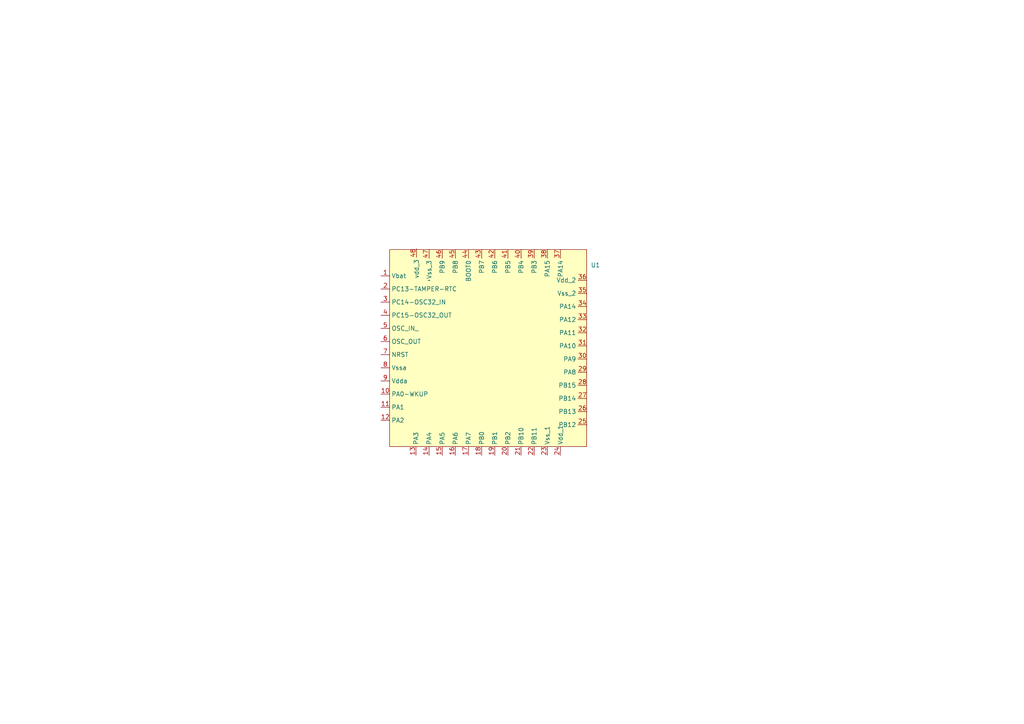
<source format=kicad_sch>
(kicad_sch (version 20230121) (generator eeschema)
  (paper "A4")
  (lib_symbols
    (symbol "STM32:STM32F100C8T6B"
      (property "Reference" "U?" (at 0 7.62 0))
      (symbol "STM32F100C8T6B_1_1"
        (rectangle (start -11.43 3.81) (end 45.72 -53.34) (fill (type background)))
        (pin power_in line (at -13.97 -3.81 0) (length 2.54) (name "Vbat") (number "1"))
        (pin bidirectional line (at -13.97 -38.1 0) (length 2.54) (name "PA0-WKUP") (number "10"))
        (pin bidirectional line (at -13.97 -41.91 0) (length 2.54) (name "PA1") (number "11"))
        (pin bidirectional line (at -13.97 -45.72 0) (length 2.54) (name "PA2") (number "12"))
        (pin bidirectional line (at -3.81 -55.88 90) (length 2.54) (name "PA3") (number "13"))
        (pin bidirectional line (at 0 -55.88 90) (length 2.54) (name "PA4") (number "14"))
        (pin bidirectional line (at 3.81 -55.88 90) (length 2.54) (name "PA5") (number "15"))
        (pin bidirectional line (at 7.62 -55.88 90) (length 2.54) (name "PA6") (number "16"))
        (pin bidirectional line (at 11.43 -55.88 90) (length 2.54) (name "PA7") (number "17"))
        (pin bidirectional line (at 15.24 -55.88 90) (length 2.54) (name "PB0") (number "18"))
        (pin bidirectional line (at 19.05 -55.88 90) (length 2.54) (name "PB1") (number "19"))
        (pin bidirectional line (at -13.97 -7.62 0) (length 2.54) (name "PC13-TAMPER-RTC") (number "2"))
        (pin bidirectional line (at 22.86 -55.88 90) (length 2.54) (name "PB2") (number "20"))
        (pin bidirectional line (at 26.67 -55.88 90) (length 2.54) (name "PB10") (number "21"))
        (pin bidirectional line (at 30.48 -55.88 90) (length 2.54) (name "PB11") (number "22"))
        (pin power_in line (at 34.29 -55.88 90) (length 2.54) (name "Vss_1") (number "23"))
        (pin power_in line (at 38.1 -55.88 90) (length 2.54) (name "Vdd_1") (number "24"))
        (pin bidirectional line (at 45.72 -46.99 180) (length 2.54) (name "PB12") (number "25"))
        (pin bidirectional line (at 45.72 -43.18 180) (length 2.54) (name "PB13") (number "26"))
        (pin bidirectional line (at 45.72 -39.37 180) (length 2.54) (name "PB14") (number "27"))
        (pin bidirectional line (at 45.72 -35.56 180) (length 2.54) (name "PB15") (number "28"))
        (pin bidirectional line (at 45.72 -31.75 180) (length 2.54) (name "PA8") (number "29"))
        (pin bidirectional line (at -13.97 -11.43 0) (length 2.54) (name "PC14-OSC32_IN") (number "3"))
        (pin bidirectional line (at 45.72 -27.94 180) (length 2.54) (name "PA9") (number "30"))
        (pin bidirectional line (at 45.72 -24.13 180) (length 2.54) (name "PA10") (number "31"))
        (pin bidirectional line (at 45.72 -20.32 180) (length 2.54) (name "PA11") (number "32"))
        (pin bidirectional line (at 45.72 -16.51 180) (length 2.54) (name "PA12") (number "33"))
        (pin bidirectional line (at 45.72 -12.7 180) (length 2.54) (name "PA14") (number "34"))
        (pin power_in line (at 45.72 -8.89 180) (length 2.54) (name "Vss_2") (number "35"))
        (pin power_in line (at 45.72 -5.08 180) (length 2.54) (name "Vdd_2") (number "36"))
        (pin bidirectional line (at 38.1 3.81 270) (length 2.54) (name "PA14") (number "37"))
        (pin bidirectional line (at 34.29 3.81 270) (length 2.54) (name "PA15") (number "38"))
        (pin bidirectional line (at 30.48 3.81 270) (length 2.54) (name "PB3") (number "39"))
        (pin bidirectional line (at -13.97 -15.24 0) (length 2.54) (name "PC15-OSC32_OUT") (number "4"))
        (pin bidirectional line (at 26.67 3.81 270) (length 2.54) (name "PB4") (number "40"))
        (pin bidirectional line (at 22.86 3.81 270) (length 2.54) (name "PB5") (number "41"))
        (pin bidirectional line (at 19.05 3.81 270) (length 2.54) (name "PB6") (number "42"))
        (pin bidirectional line (at 15.24 3.81 270) (length 2.54) (name "PB7") (number "43"))
        (pin input line (at 11.43 3.81 270) (length 2.54) (name "BOOT0") (number "44"))
        (pin input line (at 7.62 3.81 270) (length 2.54) (name "PB8") (number "45"))
        (pin input line (at 3.81 3.81 270) (length 2.54) (name "PB9") (number "46"))
        (pin power_in line (at 0 3.81 270) (length 2.54) (name "Vss_3") (number "47"))
        (pin power_in line (at -3.6556 4.0824 270) (length 2.54) (name "vdd_3") (number "48"))
        (pin input line (at -13.97 -19.05 0) (length 2.54) (name "OSC_IN_") (number "5"))
        (pin output line (at -13.97 -22.86 0) (length 2.54) (name "OSC_OUT") (number "6"))
        (pin bidirectional line (at -13.97 -26.67 0) (length 2.54) (name "NRST") (number "7"))
        (pin power_in line (at -13.97 -30.48 0) (length 2.54) (name "Vssa") (number "8"))
        (pin power_in line (at -13.97 -34.29 0) (length 2.54) (name "Vdda") (number "9"))
      )
    )
  )
  (symbol (lib_id "STM32:STM32F100C8T6B") (at 124.46 76.2 0) (unit 1)
    (property "Reference" "U1" (at 172.72 76.8919 0))
    (property "Value" "~" (at 124.46 81.28 0))
    (property "Footprint" "STM32:STM32F100C8T6B" (effects hide))
  )
)
</source>
